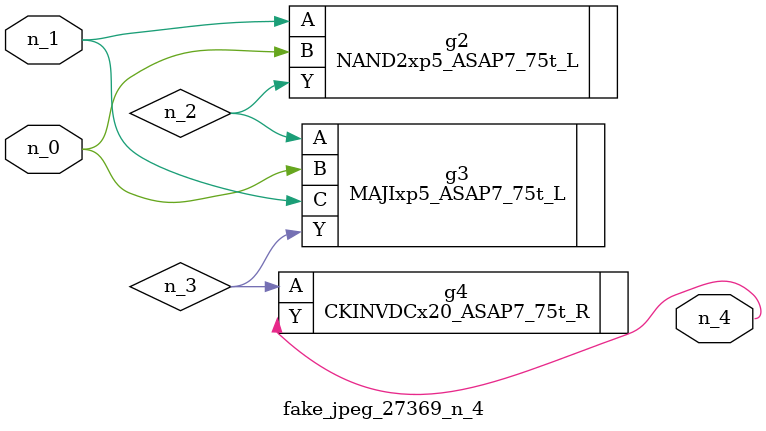
<source format=v>
module fake_jpeg_27369_n_4 (n_0, n_1, n_4);

input n_0;
input n_1;

output n_4;

wire n_2;
wire n_3;

NAND2xp5_ASAP7_75t_L g2 ( 
.A(n_1),
.B(n_0),
.Y(n_2)
);

MAJIxp5_ASAP7_75t_L g3 ( 
.A(n_2),
.B(n_0),
.C(n_1),
.Y(n_3)
);

CKINVDCx20_ASAP7_75t_R g4 ( 
.A(n_3),
.Y(n_4)
);


endmodule
</source>
